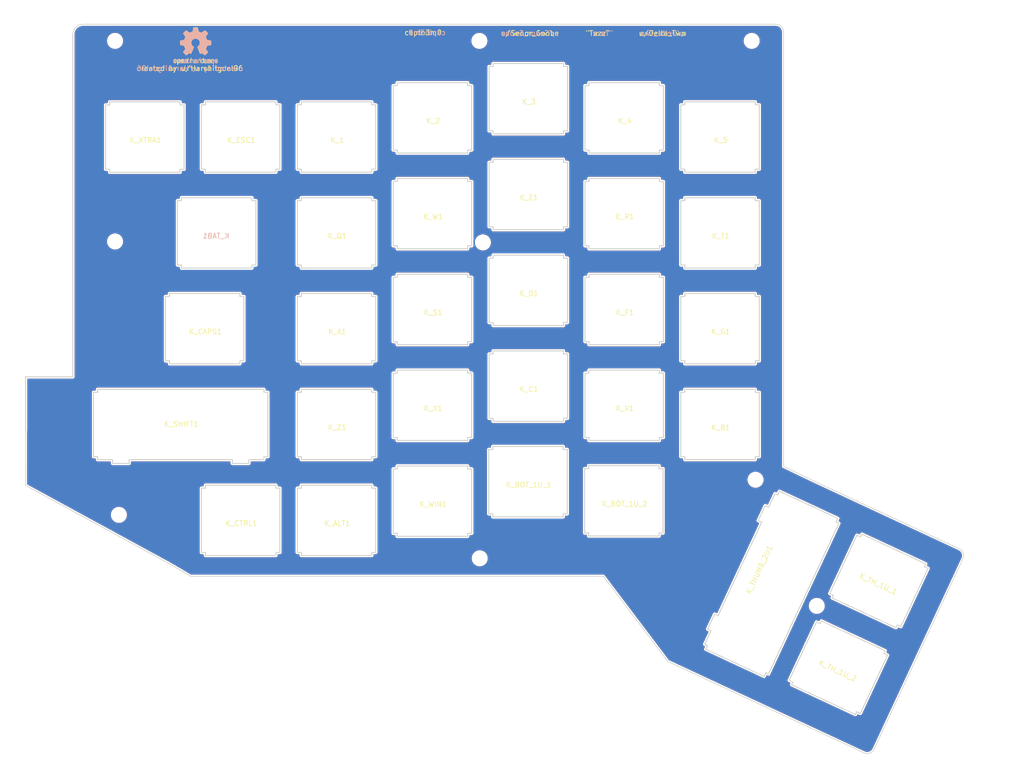
<source format=kicad_pcb>
(kicad_pcb (version 20171130) (host pcbnew "(5.1.5)-3")
  (layers (0 F.Cu signal) (31 B.Cu signal) (34 B.Paste user) (35 F.Paste user) (36 B.SilkS user) (37 F.SilkS user) (38 B.Mask user) (39 F.Mask user) (44 Edge.Cuts user))
  (net 0 "")
  (module logo_lib:OSHW-Logo2_9.8x8mm_SilkScreen (layer B.Cu) (at 56.134 21.59 180)
    (fp_text reference REF** hide)
    (fp_text value OSHW-Logo2_9.8x8mm_SilkScreen hide)
  )
  (module logo_lib:OSHW-Logo2_9.8x8mm_SilkScreen (layer F.Cu) (at 56.134 21.59)
    (fp_text reference REF** hide)
    (fp_text value OSHW-Logo2_9.8x8mm_SilkScreen hide)
  )
  (module MountingHole:MountingHole_2.7mm_M2.5 (layer F.Cu) (at 166.624 20.574)
    (fp_text reference H1 (at 0 -0.254) (layer F.SilkS))
    (fp_text value MountingHole)
    (pad 1 np_thru_hole circle (at 0 0) (size 2.7 2.7) (drill 2.7) (layers *.Cu *.Mask))
  )
  (module MountingHole:MountingHole_2.7mm_M2.5 (layer F.Cu) (at 112.586 123.444)
    (fp_text reference H2 (at -0.064 0) (layer F.SilkS))
    (fp_text value MountingHole)
    (pad 1 np_thru_hole circle (at 0 0) (size 2.7 2.7) (drill 2.7) (layers *.Cu *.Mask))
  )
  (module MountingHole:MountingHole_2.7mm_M2.5 (layer F.Cu) (at 40.894 114.808)
    (fp_text reference H3 (at 0 0) (layer F.SilkS))
    (fp_text value MountingHole)
    (pad 1 np_thru_hole circle (at 0 0) (size 2.7 2.7) (drill 2.7) (layers *.Cu *.Mask))
  )
  (module MountingHole:MountingHole_2.7mm_M2.5 (layer F.Cu) (at 113.22 60.6425)
    (fp_text reference H5 (at 0 0.0635) (layer F.SilkS))
    (fp_text value MountingHole)
    (pad 1 np_thru_hole circle (at 0 0) (size 2.7 2.7) (drill 2.7) (layers *.Cu *.Mask))
  )
  (module MountingHole:MountingHole_2.7mm_M2.5 (layer F.Cu) (at 179.553908 132.907212)
    (fp_text reference H8 (at 0.278092 0.188788) (layer F.SilkS))
    (fp_text value MountingHole)
    (pad 1 np_thru_hole circle (at 0 0) (size 2.7 2.7) (drill 2.7) (layers *.Cu *.Mask))
  )
  (module MountingHole:MountingHole_2.7mm_M2.5 (layer F.Cu) (at 112.522 20.574)
    (fp_text reference H9 (at 0 -0.254) (layer F.SilkS))
    (fp_text value MountingHole)
    (pad 1 np_thru_hole circle (at 0 0) (size 2.7 2.7) (drill 2.7) (layers *.Cu *.Mask))
  )
  (module MountingHole:MountingHole_2.7mm_M2.5 (layer F.Cu) (at 40.132 60.452)
    (fp_text reference H10 (at 0 0) (layer F.SilkS))
    (fp_text value MountingHole)
    (pad 1 np_thru_hole circle (at 0 0) (size 2.7 2.7) (drill 2.7) (layers *.Cu *.Mask))
  )
  (module MountingHole:MountingHole_2.7mm_M2.5 (layer F.Cu) (at 40.132 20.574)
    (fp_text reference H11 (at 0 0) (layer F.SilkS))
    (fp_text value MountingHole)
    (pad 1 np_thru_hole circle (at 0 0) (size 2.7 2.7) (drill 2.7) (layers *.Cu *.Mask))
  )
  (module MountingHole:MountingHole_2.7mm_M2.5 (layer F.Cu) (at 167.386 107.823)
    (fp_text reference H12 (at 0 0.127) (layer F.SilkS))
    (fp_text value MountingHole)
    (pad 1 np_thru_hole circle (at 0 0) (size 2.7 2.7) (drill 2.7) (layers *.Cu *.Mask))
  )
  (module usbc_footprint:1u_uni (layer F.Cu) (at 84.1375 39.6875)
    (fp_text reference K_1 (at 0.1374 0.612) (layer F.SilkS))
    (fp_text value KEYSW)
    (fp_line (start -7 -7) (end -7 -6.4) (layer Edge.Cuts) (width 0.2))
    (fp_line (start -7 -6.4) (end -7.8 -6.4) (layer Edge.Cuts) (width 0.2))
    (fp_line (start -7 6.4) (end -7 7) (layer Edge.Cuts) (width 0.2))
    (fp_line (start -7 7) (end 7 7) (layer Edge.Cuts) (width 0.2))
    (fp_line (start 7.8 6.4) (end 7.8 -6.4) (layer Edge.Cuts) (width 0.2))
    (fp_line (start 7.8 -6.4) (end 7 -6.4) (layer Edge.Cuts) (width 0.2))
    (fp_line (start -7.8 6.4) (end -7 6.4) (layer Edge.Cuts) (width 0.2))
    (fp_line (start -7.8 -6.4) (end -7.8 6.4) (layer Edge.Cuts) (width 0.2))
    (fp_line (start 7 6.4) (end 7.8 6.4) (layer Edge.Cuts) (width 0.2))
    (fp_line (start 7 -6.4) (end 7 -7) (layer Edge.Cuts) (width 0.2))
    (fp_line (start 7 -7) (end -7 -7) (layer Edge.Cuts) (width 0.2))
    (fp_line (start 7 7) (end 7 6.4) (layer Edge.Cuts) (width 0.2))
  )
  (module usbc_footprint:1u_uni (layer F.Cu) (at 103.188 35.8775)
    (fp_text reference K_2 (at 0.1374 0.612) (layer F.SilkS))
    (fp_text value KEYSW)
    (fp_line (start -7 -7) (end -7 -6.4) (layer Edge.Cuts) (width 0.2))
    (fp_line (start -7 -6.4) (end -7.8 -6.4) (layer Edge.Cuts) (width 0.2))
    (fp_line (start -7 6.4) (end -7 7) (layer Edge.Cuts) (width 0.2))
    (fp_line (start -7 7) (end 7 7) (layer Edge.Cuts) (width 0.2))
    (fp_line (start 7.8 6.4) (end 7.8 -6.4) (layer Edge.Cuts) (width 0.2))
    (fp_line (start 7.8 -6.4) (end 7 -6.4) (layer Edge.Cuts) (width 0.2))
    (fp_line (start -7.8 6.4) (end -7 6.4) (layer Edge.Cuts) (width 0.2))
    (fp_line (start -7.8 -6.4) (end -7.8 6.4) (layer Edge.Cuts) (width 0.2))
    (fp_line (start 7 6.4) (end 7.8 6.4) (layer Edge.Cuts) (width 0.2))
    (fp_line (start 7 -6.4) (end 7 -7) (layer Edge.Cuts) (width 0.2))
    (fp_line (start 7 -7) (end -7 -7) (layer Edge.Cuts) (width 0.2))
    (fp_line (start 7 7) (end 7 6.4) (layer Edge.Cuts) (width 0.2))
  )
  (module usbc_footprint:1u_uni (layer F.Cu) (at 122.238 32.0675)
    (fp_text reference K_3 (at 0.1374 0.612) (layer F.SilkS))
    (fp_text value KEYSW)
    (fp_line (start 7 7) (end 7 6.4) (layer Edge.Cuts) (width 0.2))
    (fp_line (start 7 -7) (end -7 -7) (layer Edge.Cuts) (width 0.2))
    (fp_line (start 7 -6.4) (end 7 -7) (layer Edge.Cuts) (width 0.2))
    (fp_line (start 7 6.4) (end 7.8 6.4) (layer Edge.Cuts) (width 0.2))
    (fp_line (start -7.8 -6.4) (end -7.8 6.4) (layer Edge.Cuts) (width 0.2))
    (fp_line (start -7.8 6.4) (end -7 6.4) (layer Edge.Cuts) (width 0.2))
    (fp_line (start 7.8 -6.4) (end 7 -6.4) (layer Edge.Cuts) (width 0.2))
    (fp_line (start 7.8 6.4) (end 7.8 -6.4) (layer Edge.Cuts) (width 0.2))
    (fp_line (start -7 7) (end 7 7) (layer Edge.Cuts) (width 0.2))
    (fp_line (start -7 6.4) (end -7 7) (layer Edge.Cuts) (width 0.2))
    (fp_line (start -7 -6.4) (end -7.8 -6.4) (layer Edge.Cuts) (width 0.2))
    (fp_line (start -7 -7) (end -7 -6.4) (layer Edge.Cuts) (width 0.2))
  )
  (module usbc_footprint:1u_uni (layer F.Cu) (at 141.288 35.8775)
    (fp_text reference K_4 (at 0.1374 0.612) (layer F.SilkS))
    (fp_text value KEYSW)
    (fp_line (start -7 -7) (end -7 -6.4) (layer Edge.Cuts) (width 0.2))
    (fp_line (start -7 -6.4) (end -7.8 -6.4) (layer Edge.Cuts) (width 0.2))
    (fp_line (start -7 6.4) (end -7 7) (layer Edge.Cuts) (width 0.2))
    (fp_line (start -7 7) (end 7 7) (layer Edge.Cuts) (width 0.2))
    (fp_line (start 7.8 6.4) (end 7.8 -6.4) (layer Edge.Cuts) (width 0.2))
    (fp_line (start 7.8 -6.4) (end 7 -6.4) (layer Edge.Cuts) (width 0.2))
    (fp_line (start -7.8 6.4) (end -7 6.4) (layer Edge.Cuts) (width 0.2))
    (fp_line (start -7.8 -6.4) (end -7.8 6.4) (layer Edge.Cuts) (width 0.2))
    (fp_line (start 7 6.4) (end 7.8 6.4) (layer Edge.Cuts) (width 0.2))
    (fp_line (start 7 -6.4) (end 7 -7) (layer Edge.Cuts) (width 0.2))
    (fp_line (start 7 -7) (end -7 -7) (layer Edge.Cuts) (width 0.2))
    (fp_line (start 7 7) (end 7 6.4) (layer Edge.Cuts) (width 0.2))
  )
  (module usbc_footprint:1u_uni (layer F.Cu) (at 160.338 39.6875)
    (fp_text reference K_5 (at 0.1374 0.612) (layer F.SilkS))
    (fp_text value KEYSW)
    (fp_line (start 7 7) (end 7 6.4) (layer Edge.Cuts) (width 0.2))
    (fp_line (start 7 -7) (end -7 -7) (layer Edge.Cuts) (width 0.2))
    (fp_line (start 7 -6.4) (end 7 -7) (layer Edge.Cuts) (width 0.2))
    (fp_line (start 7 6.4) (end 7.8 6.4) (layer Edge.Cuts) (width 0.2))
    (fp_line (start -7.8 -6.4) (end -7.8 6.4) (layer Edge.Cuts) (width 0.2))
    (fp_line (start -7.8 6.4) (end -7 6.4) (layer Edge.Cuts) (width 0.2))
    (fp_line (start 7.8 -6.4) (end 7 -6.4) (layer Edge.Cuts) (width 0.2))
    (fp_line (start 7.8 6.4) (end 7.8 -6.4) (layer Edge.Cuts) (width 0.2))
    (fp_line (start -7 7) (end 7 7) (layer Edge.Cuts) (width 0.2))
    (fp_line (start -7 6.4) (end -7 7) (layer Edge.Cuts) (width 0.2))
    (fp_line (start -7 -6.4) (end -7.8 -6.4) (layer Edge.Cuts) (width 0.2))
    (fp_line (start -7 -7) (end -7 -6.4) (layer Edge.Cuts) (width 0.2))
  )
  (module usbc_footprint:1u_uni (layer F.Cu) (at 84.1375 77.7875)
    (fp_text reference K_A1 (at 0.1374 0.612) (layer F.SilkS))
    (fp_text value KEYSW)
    (fp_line (start -7 -7) (end -7 -6.4) (layer Edge.Cuts) (width 0.2))
    (fp_line (start -7 -6.4) (end -7.8 -6.4) (layer Edge.Cuts) (width 0.2))
    (fp_line (start -7 6.4) (end -7 7) (layer Edge.Cuts) (width 0.2))
    (fp_line (start -7 7) (end 7 7) (layer Edge.Cuts) (width 0.2))
    (fp_line (start 7.8 6.4) (end 7.8 -6.4) (layer Edge.Cuts) (width 0.2))
    (fp_line (start 7.8 -6.4) (end 7 -6.4) (layer Edge.Cuts) (width 0.2))
    (fp_line (start -7.8 6.4) (end -7 6.4) (layer Edge.Cuts) (width 0.2))
    (fp_line (start -7.8 -6.4) (end -7.8 6.4) (layer Edge.Cuts) (width 0.2))
    (fp_line (start 7 6.4) (end 7.8 6.4) (layer Edge.Cuts) (width 0.2))
    (fp_line (start 7 -6.4) (end 7 -7) (layer Edge.Cuts) (width 0.2))
    (fp_line (start 7 -7) (end -7 -7) (layer Edge.Cuts) (width 0.2))
    (fp_line (start 7 7) (end 7 6.4) (layer Edge.Cuts) (width 0.2))
  )
  (module usbc_footprint:1u_uni (layer F.Cu) (at 84.1375 115.888)
    (fp_text reference K_ALT1 (at 0.1374 0.612) (layer F.SilkS))
    (fp_text value KEYSW)
    (fp_line (start -7 -7) (end -7 -6.4) (layer Edge.Cuts) (width 0.2))
    (fp_line (start -7 -6.4) (end -7.8 -6.4) (layer Edge.Cuts) (width 0.2))
    (fp_line (start -7 6.4) (end -7 7) (layer Edge.Cuts) (width 0.2))
    (fp_line (start -7 7) (end 7 7) (layer Edge.Cuts) (width 0.2))
    (fp_line (start 7.8 6.4) (end 7.8 -6.4) (layer Edge.Cuts) (width 0.2))
    (fp_line (start 7.8 -6.4) (end 7 -6.4) (layer Edge.Cuts) (width 0.2))
    (fp_line (start -7.8 6.4) (end -7 6.4) (layer Edge.Cuts) (width 0.2))
    (fp_line (start -7.8 -6.4) (end -7.8 6.4) (layer Edge.Cuts) (width 0.2))
    (fp_line (start 7 6.4) (end 7.8 6.4) (layer Edge.Cuts) (width 0.2))
    (fp_line (start 7 -6.4) (end 7 -7) (layer Edge.Cuts) (width 0.2))
    (fp_line (start 7 -7) (end -7 -7) (layer Edge.Cuts) (width 0.2))
    (fp_line (start 7 7) (end 7 6.4) (layer Edge.Cuts) (width 0.2))
  )
  (module usbc_footprint:1u_uni (layer F.Cu) (at 160.338 96.8375)
    (fp_text reference K_B1 (at 0.1374 0.612) (layer F.SilkS))
    (fp_text value KEYSW)
    (fp_line (start 7 7) (end 7 6.4) (layer Edge.Cuts) (width 0.2))
    (fp_line (start 7 -7) (end -7 -7) (layer Edge.Cuts) (width 0.2))
    (fp_line (start 7 -6.4) (end 7 -7) (layer Edge.Cuts) (width 0.2))
    (fp_line (start 7 6.4) (end 7.8 6.4) (layer Edge.Cuts) (width 0.2))
    (fp_line (start -7.8 -6.4) (end -7.8 6.4) (layer Edge.Cuts) (width 0.2))
    (fp_line (start -7.8 6.4) (end -7 6.4) (layer Edge.Cuts) (width 0.2))
    (fp_line (start 7.8 -6.4) (end 7 -6.4) (layer Edge.Cuts) (width 0.2))
    (fp_line (start 7.8 6.4) (end 7.8 -6.4) (layer Edge.Cuts) (width 0.2))
    (fp_line (start -7 7) (end 7 7) (layer Edge.Cuts) (width 0.2))
    (fp_line (start -7 6.4) (end -7 7) (layer Edge.Cuts) (width 0.2))
    (fp_line (start -7 -6.4) (end -7.8 -6.4) (layer Edge.Cuts) (width 0.2))
    (fp_line (start -7 -7) (end -7 -6.4) (layer Edge.Cuts) (width 0.2))
  )
  (module usbc_footprint:1u_uni (layer F.Cu) (at 122.174 108.204)
    (fp_text reference K_BOT_1U_1 (at 0.1374 0.612) (layer F.SilkS))
    (fp_text value KEYSW)
    (fp_line (start -7 -7) (end -7 -6.4) (layer Edge.Cuts) (width 0.2))
    (fp_line (start -7 -6.4) (end -7.8 -6.4) (layer Edge.Cuts) (width 0.2))
    (fp_line (start -7 6.4) (end -7 7) (layer Edge.Cuts) (width 0.2))
    (fp_line (start -7 7) (end 7 7) (layer Edge.Cuts) (width 0.2))
    (fp_line (start 7.8 6.4) (end 7.8 -6.4) (layer Edge.Cuts) (width 0.2))
    (fp_line (start 7.8 -6.4) (end 7 -6.4) (layer Edge.Cuts) (width 0.2))
    (fp_line (start -7.8 6.4) (end -7 6.4) (layer Edge.Cuts) (width 0.2))
    (fp_line (start -7.8 -6.4) (end -7.8 6.4) (layer Edge.Cuts) (width 0.2))
    (fp_line (start 7 6.4) (end 7.8 6.4) (layer Edge.Cuts) (width 0.2))
    (fp_line (start 7 -6.4) (end 7 -7) (layer Edge.Cuts) (width 0.2))
    (fp_line (start 7 -7) (end -7 -7) (layer Edge.Cuts) (width 0.2))
    (fp_line (start 7 7) (end 7 6.4) (layer Edge.Cuts) (width 0.2))
  )
  (module usbc_footprint:1u_uni (layer F.Cu) (at 141.224 112.014)
    (fp_text reference K_BOT_1U_2 (at 0.1374 0.612) (layer F.SilkS))
    (fp_text value KEYSW)
    (fp_line (start 7 7) (end 7 6.4) (layer Edge.Cuts) (width 0.2))
    (fp_line (start 7 -7) (end -7 -7) (layer Edge.Cuts) (width 0.2))
    (fp_line (start 7 -6.4) (end 7 -7) (layer Edge.Cuts) (width 0.2))
    (fp_line (start 7 6.4) (end 7.8 6.4) (layer Edge.Cuts) (width 0.2))
    (fp_line (start -7.8 -6.4) (end -7.8 6.4) (layer Edge.Cuts) (width 0.2))
    (fp_line (start -7.8 6.4) (end -7 6.4) (layer Edge.Cuts) (width 0.2))
    (fp_line (start 7.8 -6.4) (end 7 -6.4) (layer Edge.Cuts) (width 0.2))
    (fp_line (start 7.8 6.4) (end 7.8 -6.4) (layer Edge.Cuts) (width 0.2))
    (fp_line (start -7 7) (end 7 7) (layer Edge.Cuts) (width 0.2))
    (fp_line (start -7 6.4) (end -7 7) (layer Edge.Cuts) (width 0.2))
    (fp_line (start -7 -6.4) (end -7.8 -6.4) (layer Edge.Cuts) (width 0.2))
    (fp_line (start -7 -7) (end -7 -6.4) (layer Edge.Cuts) (width 0.2))
  )
  (module usbc_footprint:1u_uni (layer F.Cu) (at 122.238 89.2175)
    (fp_text reference K_C1 (at 0.1374 0.612) (layer F.SilkS))
    (fp_text value KEYSW)
    (fp_line (start 7 7) (end 7 6.4) (layer Edge.Cuts) (width 0.2))
    (fp_line (start 7 -7) (end -7 -7) (layer Edge.Cuts) (width 0.2))
    (fp_line (start 7 -6.4) (end 7 -7) (layer Edge.Cuts) (width 0.2))
    (fp_line (start 7 6.4) (end 7.8 6.4) (layer Edge.Cuts) (width 0.2))
    (fp_line (start -7.8 -6.4) (end -7.8 6.4) (layer Edge.Cuts) (width 0.2))
    (fp_line (start -7.8 6.4) (end -7 6.4) (layer Edge.Cuts) (width 0.2))
    (fp_line (start 7.8 -6.4) (end 7 -6.4) (layer Edge.Cuts) (width 0.2))
    (fp_line (start 7.8 6.4) (end 7.8 -6.4) (layer Edge.Cuts) (width 0.2))
    (fp_line (start -7 7) (end 7 7) (layer Edge.Cuts) (width 0.2))
    (fp_line (start -7 6.4) (end -7 7) (layer Edge.Cuts) (width 0.2))
    (fp_line (start -7 -6.4) (end -7.8 -6.4) (layer Edge.Cuts) (width 0.2))
    (fp_line (start -7 -7) (end -7 -6.4) (layer Edge.Cuts) (width 0.2))
  )
  (module usbc_footprint:1u_uni (layer F.Cu) (at 57.9438 77.7875)
    (fp_text reference K_CAPS1 (at 0.1374 0.612) (layer F.SilkS))
    (fp_text value KEYSW)
    (fp_line (start 7 7) (end 7 6.4) (layer Edge.Cuts) (width 0.2))
    (fp_line (start 7 -7) (end -7 -7) (layer Edge.Cuts) (width 0.2))
    (fp_line (start 7 -6.4) (end 7 -7) (layer Edge.Cuts) (width 0.2))
    (fp_line (start 7 6.4) (end 7.8 6.4) (layer Edge.Cuts) (width 0.2))
    (fp_line (start -7.8 -6.4) (end -7.8 6.4) (layer Edge.Cuts) (width 0.2))
    (fp_line (start -7.8 6.4) (end -7 6.4) (layer Edge.Cuts) (width 0.2))
    (fp_line (start 7.8 -6.4) (end 7 -6.4) (layer Edge.Cuts) (width 0.2))
    (fp_line (start 7.8 6.4) (end 7.8 -6.4) (layer Edge.Cuts) (width 0.2))
    (fp_line (start -7 7) (end 7 7) (layer Edge.Cuts) (width 0.2))
    (fp_line (start -7 6.4) (end -7 7) (layer Edge.Cuts) (width 0.2))
    (fp_line (start -7 -6.4) (end -7.8 -6.4) (layer Edge.Cuts) (width 0.2))
    (fp_line (start -7 -7) (end -7 -6.4) (layer Edge.Cuts) (width 0.2))
  )
  (module usbc_footprint:1u_uni (layer F.Cu) (at 65.0875 115.888)
    (fp_text reference K_CTRL1 (at 0.1374 0.612) (layer F.SilkS))
    (fp_text value KEYSW)
    (fp_line (start -7 -7) (end -7 -6.4) (layer Edge.Cuts) (width 0.2))
    (fp_line (start -7 -6.4) (end -7.8 -6.4) (layer Edge.Cuts) (width 0.2))
    (fp_line (start -7 6.4) (end -7 7) (layer Edge.Cuts) (width 0.2))
    (fp_line (start -7 7) (end 7 7) (layer Edge.Cuts) (width 0.2))
    (fp_line (start 7.8 6.4) (end 7.8 -6.4) (layer Edge.Cuts) (width 0.2))
    (fp_line (start 7.8 -6.4) (end 7 -6.4) (layer Edge.Cuts) (width 0.2))
    (fp_line (start -7.8 6.4) (end -7 6.4) (layer Edge.Cuts) (width 0.2))
    (fp_line (start -7.8 -6.4) (end -7.8 6.4) (layer Edge.Cuts) (width 0.2))
    (fp_line (start 7 6.4) (end 7.8 6.4) (layer Edge.Cuts) (width 0.2))
    (fp_line (start 7 -6.4) (end 7 -7) (layer Edge.Cuts) (width 0.2))
    (fp_line (start 7 -7) (end -7 -7) (layer Edge.Cuts) (width 0.2))
    (fp_line (start 7 7) (end 7 6.4) (layer Edge.Cuts) (width 0.2))
  )
  (module usbc_footprint:1u_uni (layer F.Cu) (at 122.238 70.1675)
    (fp_text reference K_D1 (at 0.1374 0.612) (layer F.SilkS))
    (fp_text value KEYSW)
    (fp_line (start 7 7) (end 7 6.4) (layer Edge.Cuts) (width 0.2))
    (fp_line (start 7 -7) (end -7 -7) (layer Edge.Cuts) (width 0.2))
    (fp_line (start 7 -6.4) (end 7 -7) (layer Edge.Cuts) (width 0.2))
    (fp_line (start 7 6.4) (end 7.8 6.4) (layer Edge.Cuts) (width 0.2))
    (fp_line (start -7.8 -6.4) (end -7.8 6.4) (layer Edge.Cuts) (width 0.2))
    (fp_line (start -7.8 6.4) (end -7 6.4) (layer Edge.Cuts) (width 0.2))
    (fp_line (start 7.8 -6.4) (end 7 -6.4) (layer Edge.Cuts) (width 0.2))
    (fp_line (start 7.8 6.4) (end 7.8 -6.4) (layer Edge.Cuts) (width 0.2))
    (fp_line (start -7 7) (end 7 7) (layer Edge.Cuts) (width 0.2))
    (fp_line (start -7 6.4) (end -7 7) (layer Edge.Cuts) (width 0.2))
    (fp_line (start -7 -6.4) (end -7.8 -6.4) (layer Edge.Cuts) (width 0.2))
    (fp_line (start -7 -7) (end -7 -6.4) (layer Edge.Cuts) (width 0.2))
  )
  (module usbc_footprint:1u_uni (layer F.Cu) (at 122.238 51.1175)
    (fp_text reference K_E1 (at 0.1374 0.612) (layer F.SilkS))
    (fp_text value KEYSW)
    (fp_line (start -7 -7) (end -7 -6.4) (layer Edge.Cuts) (width 0.2))
    (fp_line (start -7 -6.4) (end -7.8 -6.4) (layer Edge.Cuts) (width 0.2))
    (fp_line (start -7 6.4) (end -7 7) (layer Edge.Cuts) (width 0.2))
    (fp_line (start -7 7) (end 7 7) (layer Edge.Cuts) (width 0.2))
    (fp_line (start 7.8 6.4) (end 7.8 -6.4) (layer Edge.Cuts) (width 0.2))
    (fp_line (start 7.8 -6.4) (end 7 -6.4) (layer Edge.Cuts) (width 0.2))
    (fp_line (start -7.8 6.4) (end -7 6.4) (layer Edge.Cuts) (width 0.2))
    (fp_line (start -7.8 -6.4) (end -7.8 6.4) (layer Edge.Cuts) (width 0.2))
    (fp_line (start 7 6.4) (end 7.8 6.4) (layer Edge.Cuts) (width 0.2))
    (fp_line (start 7 -6.4) (end 7 -7) (layer Edge.Cuts) (width 0.2))
    (fp_line (start 7 -7) (end -7 -7) (layer Edge.Cuts) (width 0.2))
    (fp_line (start 7 7) (end 7 6.4) (layer Edge.Cuts) (width 0.2))
  )
  (module usbc_footprint:1u_uni (layer F.Cu) (at 65.0875 39.6875)
    (fp_text reference K_ESC1 (at 0.1374 0.612) (layer F.SilkS))
    (fp_text value KEYSW)
    (fp_line (start 7 7) (end 7 6.4) (layer Edge.Cuts) (width 0.2))
    (fp_line (start 7 -7) (end -7 -7) (layer Edge.Cuts) (width 0.2))
    (fp_line (start 7 -6.4) (end 7 -7) (layer Edge.Cuts) (width 0.2))
    (fp_line (start 7 6.4) (end 7.8 6.4) (layer Edge.Cuts) (width 0.2))
    (fp_line (start -7.8 -6.4) (end -7.8 6.4) (layer Edge.Cuts) (width 0.2))
    (fp_line (start -7.8 6.4) (end -7 6.4) (layer Edge.Cuts) (width 0.2))
    (fp_line (start 7.8 -6.4) (end 7 -6.4) (layer Edge.Cuts) (width 0.2))
    (fp_line (start 7.8 6.4) (end 7.8 -6.4) (layer Edge.Cuts) (width 0.2))
    (fp_line (start -7 7) (end 7 7) (layer Edge.Cuts) (width 0.2))
    (fp_line (start -7 6.4) (end -7 7) (layer Edge.Cuts) (width 0.2))
    (fp_line (start -7 -6.4) (end -7.8 -6.4) (layer Edge.Cuts) (width 0.2))
    (fp_line (start -7 -7) (end -7 -6.4) (layer Edge.Cuts) (width 0.2))
  )
  (module usbc_footprint:1u_uni (layer F.Cu) (at 141.288 73.9775)
    (fp_text reference K_F1 (at 0.1374 0.612) (layer F.SilkS))
    (fp_text value KEYSW)
    (fp_line (start -7 -7) (end -7 -6.4) (layer Edge.Cuts) (width 0.2))
    (fp_line (start -7 -6.4) (end -7.8 -6.4) (layer Edge.Cuts) (width 0.2))
    (fp_line (start -7 6.4) (end -7 7) (layer Edge.Cuts) (width 0.2))
    (fp_line (start -7 7) (end 7 7) (layer Edge.Cuts) (width 0.2))
    (fp_line (start 7.8 6.4) (end 7.8 -6.4) (layer Edge.Cuts) (width 0.2))
    (fp_line (start 7.8 -6.4) (end 7 -6.4) (layer Edge.Cuts) (width 0.2))
    (fp_line (start -7.8 6.4) (end -7 6.4) (layer Edge.Cuts) (width 0.2))
    (fp_line (start -7.8 -6.4) (end -7.8 6.4) (layer Edge.Cuts) (width 0.2))
    (fp_line (start 7 6.4) (end 7.8 6.4) (layer Edge.Cuts) (width 0.2))
    (fp_line (start 7 -6.4) (end 7 -7) (layer Edge.Cuts) (width 0.2))
    (fp_line (start 7 -7) (end -7 -7) (layer Edge.Cuts) (width 0.2))
    (fp_line (start 7 7) (end 7 6.4) (layer Edge.Cuts) (width 0.2))
  )
  (module usbc_footprint:1u_uni (layer F.Cu) (at 160.338 77.7875)
    (fp_text reference K_G1 (at 0.1374 0.612) (layer F.SilkS))
    (fp_text value KEYSW)
    (fp_line (start 7 7) (end 7 6.4) (layer Edge.Cuts) (width 0.2))
    (fp_line (start 7 -7) (end -7 -7) (layer Edge.Cuts) (width 0.2))
    (fp_line (start 7 -6.4) (end 7 -7) (layer Edge.Cuts) (width 0.2))
    (fp_line (start 7 6.4) (end 7.8 6.4) (layer Edge.Cuts) (width 0.2))
    (fp_line (start -7.8 -6.4) (end -7.8 6.4) (layer Edge.Cuts) (width 0.2))
    (fp_line (start -7.8 6.4) (end -7 6.4) (layer Edge.Cuts) (width 0.2))
    (fp_line (start 7.8 -6.4) (end 7 -6.4) (layer Edge.Cuts) (width 0.2))
    (fp_line (start 7.8 6.4) (end 7.8 -6.4) (layer Edge.Cuts) (width 0.2))
    (fp_line (start -7 7) (end 7 7) (layer Edge.Cuts) (width 0.2))
    (fp_line (start -7 6.4) (end -7 7) (layer Edge.Cuts) (width 0.2))
    (fp_line (start -7 -6.4) (end -7.8 -6.4) (layer Edge.Cuts) (width 0.2))
    (fp_line (start -7 -7) (end -7 -6.4) (layer Edge.Cuts) (width 0.2))
  )
  (module usbc_footprint:1u_uni (layer F.Cu) (at 84.1375 58.7375)
    (fp_text reference K_Q1 (at 0.1374 0.612) (layer F.SilkS))
    (fp_text value KEYSW)
    (fp_line (start -7 -7) (end -7 -6.4) (layer Edge.Cuts) (width 0.2))
    (fp_line (start -7 -6.4) (end -7.8 -6.4) (layer Edge.Cuts) (width 0.2))
    (fp_line (start -7 6.4) (end -7 7) (layer Edge.Cuts) (width 0.2))
    (fp_line (start -7 7) (end 7 7) (layer Edge.Cuts) (width 0.2))
    (fp_line (start 7.8 6.4) (end 7.8 -6.4) (layer Edge.Cuts) (width 0.2))
    (fp_line (start 7.8 -6.4) (end 7 -6.4) (layer Edge.Cuts) (width 0.2))
    (fp_line (start -7.8 6.4) (end -7 6.4) (layer Edge.Cuts) (width 0.2))
    (fp_line (start -7.8 -6.4) (end -7.8 6.4) (layer Edge.Cuts) (width 0.2))
    (fp_line (start 7 6.4) (end 7.8 6.4) (layer Edge.Cuts) (width 0.2))
    (fp_line (start 7 -6.4) (end 7 -7) (layer Edge.Cuts) (width 0.2))
    (fp_line (start 7 -7) (end -7 -7) (layer Edge.Cuts) (width 0.2))
    (fp_line (start 7 7) (end 7 6.4) (layer Edge.Cuts) (width 0.2))
  )
  (module usbc_footprint:1u_uni (layer F.Cu) (at 141.288 54.9275)
    (fp_text reference K_R1 (at 0.1374 0.612) (layer F.SilkS))
    (fp_text value KEYSW)
    (fp_line (start 7 7) (end 7 6.4) (layer Edge.Cuts) (width 0.2))
    (fp_line (start 7 -7) (end -7 -7) (layer Edge.Cuts) (width 0.2))
    (fp_line (start 7 -6.4) (end 7 -7) (layer Edge.Cuts) (width 0.2))
    (fp_line (start 7 6.4) (end 7.8 6.4) (layer Edge.Cuts) (width 0.2))
    (fp_line (start -7.8 -6.4) (end -7.8 6.4) (layer Edge.Cuts) (width 0.2))
    (fp_line (start -7.8 6.4) (end -7 6.4) (layer Edge.Cuts) (width 0.2))
    (fp_line (start 7.8 -6.4) (end 7 -6.4) (layer Edge.Cuts) (width 0.2))
    (fp_line (start 7.8 6.4) (end 7.8 -6.4) (layer Edge.Cuts) (width 0.2))
    (fp_line (start -7 7) (end 7 7) (layer Edge.Cuts) (width 0.2))
    (fp_line (start -7 6.4) (end -7 7) (layer Edge.Cuts) (width 0.2))
    (fp_line (start -7 -6.4) (end -7.8 -6.4) (layer Edge.Cuts) (width 0.2))
    (fp_line (start -7 -7) (end -7 -6.4) (layer Edge.Cuts) (width 0.2))
  )
  (module usbc_footprint:1u_uni (layer F.Cu) (at 103.188 73.9775)
    (fp_text reference K_S1 (at 0.1374 0.612) (layer F.SilkS))
    (fp_text value KEYSW)
    (fp_line (start -7 -7) (end -7 -6.4) (layer Edge.Cuts) (width 0.2))
    (fp_line (start -7 -6.4) (end -7.8 -6.4) (layer Edge.Cuts) (width 0.2))
    (fp_line (start -7 6.4) (end -7 7) (layer Edge.Cuts) (width 0.2))
    (fp_line (start -7 7) (end 7 7) (layer Edge.Cuts) (width 0.2))
    (fp_line (start 7.8 6.4) (end 7.8 -6.4) (layer Edge.Cuts) (width 0.2))
    (fp_line (start 7.8 -6.4) (end 7 -6.4) (layer Edge.Cuts) (width 0.2))
    (fp_line (start -7.8 6.4) (end -7 6.4) (layer Edge.Cuts) (width 0.2))
    (fp_line (start -7.8 -6.4) (end -7.8 6.4) (layer Edge.Cuts) (width 0.2))
    (fp_line (start 7 6.4) (end 7.8 6.4) (layer Edge.Cuts) (width 0.2))
    (fp_line (start 7 -6.4) (end 7 -7) (layer Edge.Cuts) (width 0.2))
    (fp_line (start 7 -7) (end -7 -7) (layer Edge.Cuts) (width 0.2))
    (fp_line (start 7 7) (end 7 6.4) (layer Edge.Cuts) (width 0.2))
  )
  (module usbc_footprint:mixed_2u_uni_centered (layer F.Cu) (at 53.1812 96.8375)
    (fp_text reference K_SHIFT1 (at 0.116025 -0.0635) (layer F.SilkS))
    (fp_text value KEYSW)
    (fp_line (start 16.524425 6.999754) (end 16.524425 6.399271) (layer Edge.Cuts) (width 0.2))
    (fp_line (start 6.999425 6.999754) (end 10.249358 6.999754) (layer Edge.Cuts) (width 0.2))
    (fp_line (start -16.525753 -7.000427) (end -16.525753 -6.400463) (layer Edge.Cuts) (width 0.2))
    (fp_line (start 16.524425 -7.000427) (end 6.999425 -7.000427) (layer Edge.Cuts) (width 0.2))
    (fp_line (start -10.250683 7.749578) (end -10.250683 6.999754) (layer Edge.Cuts) (width 0.2))
    (fp_line (start -16.525753 6.999754) (end -13.550741 6.999754) (layer Edge.Cuts) (width 0.2))
    (fp_line (start -2.525575 6.999754) (end 2.524247 6.999754) (layer Edge.Cuts) (width 0.2))
    (fp_line (start 2.524247 6.999754) (end 6.999425 6.999754) (layer Edge.Cuts) (width 0.2))
    (fp_line (start -13.550741 6.999754) (end -13.550741 7.749578) (layer Edge.Cuts) (width 0.2))
    (fp_line (start 13.549413 6.999754) (end 16.524425 6.999754) (layer Edge.Cuts) (width 0.2))
    (fp_line (start -13.550741 7.749578) (end -10.250683 7.749578) (layer Edge.Cuts) (width 0.2))
    (fp_line (start 2.524247 -7.000427) (end -2.525575 -7.000427) (layer Edge.Cuts) (width 0.2))
    (fp_line (start 17.324377 -6.400463) (end 16.524425 -6.400463) (layer Edge.Cuts) (width 0.2))
    (fp_line (start 13.549413 7.749578) (end 13.549413 6.999754) (layer Edge.Cuts) (width 0.2))
    (fp_line (start 16.524425 -6.400463) (end 16.524425 -7.000427) (layer Edge.Cuts) (width 0.2))
    (fp_line (start 6.999425 -7.000427) (end 2.524247 -7.000427) (layer Edge.Cuts) (width 0.2))
    (fp_line (start -7.000753 -7.000427) (end -16.525753 -7.000427) (layer Edge.Cuts) (width 0.2))
    (fp_line (start 16.524425 6.399271) (end 17.324377 6.399271) (layer Edge.Cuts) (width 0.2))
    (fp_line (start -10.250683 6.999754) (end -7.000753 6.999754) (layer Edge.Cuts) (width 0.2))
    (fp_line (start -16.525753 -6.400463) (end -17.325705 -6.400463) (layer Edge.Cuts) (width 0.2))
    (fp_line (start -17.325705 -6.400463) (end -17.325705 6.399271) (layer Edge.Cuts) (width 0.2))
    (fp_line (start -17.325705 6.399271) (end -16.525753 6.399271) (layer Edge.Cuts) (width 0.2))
    (fp_line (start -7.000753 6.999754) (end -2.525575 6.999754) (layer Edge.Cuts) (width 0.2))
    (fp_line (start 17.324377 6.399271) (end 17.324377 -6.400463) (layer Edge.Cuts) (width 0.2))
    (fp_line (start -16.525753 6.399271) (end -16.525753 6.999754) (layer Edge.Cuts) (width 0.2))
    (fp_line (start 10.249358 6.999754) (end 10.249358 7.749578) (layer Edge.Cuts) (width 0.2))
    (fp_line (start 10.249358 7.749578) (end 13.549413 7.749578) (layer Edge.Cuts) (width 0.2))
    (fp_line (start -2.525575 -7.000427) (end -7.000753 -7.000427) (layer Edge.Cuts) (width 0.2))
  )
  (module usbc_footprint:1u_uni (layer F.Cu) (at 160.338 58.7375)
    (fp_text reference K_T1 (at 0.1374 0.612) (layer F.SilkS))
    (fp_text value KEYSW)
    (fp_line (start 7 7) (end 7 6.4) (layer Edge.Cuts) (width 0.2))
    (fp_line (start 7 -7) (end -7 -7) (layer Edge.Cuts) (width 0.2))
    (fp_line (start 7 -6.4) (end 7 -7) (layer Edge.Cuts) (width 0.2))
    (fp_line (start 7 6.4) (end 7.8 6.4) (layer Edge.Cuts) (width 0.2))
    (fp_line (start -7.8 -6.4) (end -7.8 6.4) (layer Edge.Cuts) (width 0.2))
    (fp_line (start -7.8 6.4) (end -7 6.4) (layer Edge.Cuts) (width 0.2))
    (fp_line (start 7.8 -6.4) (end 7 -6.4) (layer Edge.Cuts) (width 0.2))
    (fp_line (start 7.8 6.4) (end 7.8 -6.4) (layer Edge.Cuts) (width 0.2))
    (fp_line (start -7 7) (end 7 7) (layer Edge.Cuts) (width 0.2))
    (fp_line (start -7 6.4) (end -7 7) (layer Edge.Cuts) (width 0.2))
    (fp_line (start -7 -6.4) (end -7.8 -6.4) (layer Edge.Cuts) (width 0.2))
    (fp_line (start -7 -7) (end -7 -6.4) (layer Edge.Cuts) (width 0.2))
  )
  (module usbc_footprint:1u_uni (layer B.Cu) (at 60.325 58.7375 180)
    (fp_text reference K_TAB1 (at 0.1374 -0.612) (layer B.SilkS) (effects (justify mirror)))
    (fp_text value KEYSW)
    (fp_line (start 7 -7) (end 7 -6.4) (layer Edge.Cuts) (width 0.2))
    (fp_line (start 7 7) (end -7 7) (layer Edge.Cuts) (width 0.2))
    (fp_line (start 7 6.4) (end 7 7) (layer Edge.Cuts) (width 0.2))
    (fp_line (start 7 -6.4) (end 7.8 -6.4) (layer Edge.Cuts) (width 0.2))
    (fp_line (start -7.8 6.4) (end -7.8 -6.4) (layer Edge.Cuts) (width 0.2))
    (fp_line (start -7.8 -6.4) (end -7 -6.4) (layer Edge.Cuts) (width 0.2))
    (fp_line (start 7.8 6.4) (end 7 6.4) (layer Edge.Cuts) (width 0.2))
    (fp_line (start 7.8 -6.4) (end 7.8 6.4) (layer Edge.Cuts) (width 0.2))
    (fp_line (start -7 -7) (end 7 -7) (layer Edge.Cuts) (width 0.2))
    (fp_line (start -7 -6.4) (end -7 -7) (layer Edge.Cuts) (width 0.2))
    (fp_line (start -7 6.4) (end -7.8 6.4) (layer Edge.Cuts) (width 0.2))
    (fp_line (start -7 7) (end -7 6.4) (layer Edge.Cuts) (width 0.2))
  )
  (module usbc_footprint:1u_uni (layer F.Cu) (at 191.901908 127.935212 335)
    (fp_text reference K_TH_1U_1 (at 0.1374 0.612 155) (layer F.SilkS))
    (fp_text value KEYSW)
    (fp_line (start -7 -7) (end -7 -6.4) (layer Edge.Cuts) (width 0.2))
    (fp_line (start -7 -6.4) (end -7.8 -6.4) (layer Edge.Cuts) (width 0.2))
    (fp_line (start -7 6.4) (end -7 7) (layer Edge.Cuts) (width 0.2))
    (fp_line (start -7 7) (end 7 7) (layer Edge.Cuts) (width 0.2))
    (fp_line (start 7.8 6.4) (end 7.8 -6.4) (layer Edge.Cuts) (width 0.2))
    (fp_line (start 7.8 -6.4) (end 7 -6.4) (layer Edge.Cuts) (width 0.2))
    (fp_line (start -7.8 6.4) (end -7 6.4) (layer Edge.Cuts) (width 0.2))
    (fp_line (start -7.8 -6.4) (end -7.8 6.4) (layer Edge.Cuts) (width 0.2))
    (fp_line (start 7 6.4) (end 7.8 6.4) (layer Edge.Cuts) (width 0.2))
    (fp_line (start 7 -6.4) (end 7 -7) (layer Edge.Cuts) (width 0.2))
    (fp_line (start 7 -7) (end -7 -7) (layer Edge.Cuts) (width 0.2))
    (fp_line (start 7 7) (end 7 6.4) (layer Edge.Cuts) (width 0.2))
  )
  (module usbc_footprint:1u_uni (layer F.Cu) (at 183.851908 145.200212 335)
    (fp_text reference K_TH_1U_2 (at 0.1374 0.612 155) (layer F.SilkS))
    (fp_text value KEYSW)
    (fp_line (start 7 7) (end 7 6.4) (layer Edge.Cuts) (width 0.2))
    (fp_line (start 7 -7) (end -7 -7) (layer Edge.Cuts) (width 0.2))
    (fp_line (start 7 -6.4) (end 7 -7) (layer Edge.Cuts) (width 0.2))
    (fp_line (start 7 6.4) (end 7.8 6.4) (layer Edge.Cuts) (width 0.2))
    (fp_line (start -7.8 -6.4) (end -7.8 6.4) (layer Edge.Cuts) (width 0.2))
    (fp_line (start -7.8 6.4) (end -7 6.4) (layer Edge.Cuts) (width 0.2))
    (fp_line (start 7.8 -6.4) (end 7 -6.4) (layer Edge.Cuts) (width 0.2))
    (fp_line (start 7.8 6.4) (end 7.8 -6.4) (layer Edge.Cuts) (width 0.2))
    (fp_line (start -7 7) (end 7 7) (layer Edge.Cuts) (width 0.2))
    (fp_line (start -7 6.4) (end -7 7) (layer Edge.Cuts) (width 0.2))
    (fp_line (start -7 -6.4) (end -7.8 -6.4) (layer Edge.Cuts) (width 0.2))
    (fp_line (start -7 -7) (end -7 -6.4) (layer Edge.Cuts) (width 0.2))
  )
  (module usbc_footprint:mixed_2u_uni_centered (layer F.Cu) (at 170.611908 128.516212 245)
    (fp_text reference K_THUMB_2U1 (at -1.483873 3.410563 65) (layer F.SilkS))
    (fp_text value KEYSW)
    (fp_line (start -2.525575 -7.000427) (end -7.000753 -7.000427) (layer Edge.Cuts) (width 0.2))
    (fp_line (start 10.249358 7.749578) (end 13.549413 7.749578) (layer Edge.Cuts) (width 0.2))
    (fp_line (start 10.249358 6.999754) (end 10.249358 7.749578) (layer Edge.Cuts) (width 0.2))
    (fp_line (start -16.525753 6.399271) (end -16.525753 6.999754) (layer Edge.Cuts) (width 0.2))
    (fp_line (start 17.324377 6.399271) (end 17.324377 -6.400463) (layer Edge.Cuts) (width 0.2))
    (fp_line (start -7.000753 6.999754) (end -2.525575 6.999754) (layer Edge.Cuts) (width 0.2))
    (fp_line (start -17.325705 6.399271) (end -16.525753 6.399271) (layer Edge.Cuts) (width 0.2))
    (fp_line (start -17.325705 -6.400463) (end -17.325705 6.399271) (layer Edge.Cuts) (width 0.2))
    (fp_line (start -16.525753 -6.400463) (end -17.325705 -6.400463) (layer Edge.Cuts) (width 0.2))
    (fp_line (start -10.250683 6.999754) (end -7.000753 6.999754) (layer Edge.Cuts) (width 0.2))
    (fp_line (start 16.524425 6.399271) (end 17.324377 6.399271) (layer Edge.Cuts) (width 0.2))
    (fp_line (start -7.000753 -7.000427) (end -16.525753 -7.000427) (layer Edge.Cuts) (width 0.2))
    (fp_line (start 6.999425 -7.000427) (end 2.524247 -7.000427) (layer Edge.Cuts) (width 0.2))
    (fp_line (start 16.524425 -6.400463) (end 16.524425 -7.000427) (layer Edge.Cuts) (width 0.2))
    (fp_line (start 13.549413 7.749578) (end 13.549413 6.999754) (layer Edge.Cuts) (width 0.2))
    (fp_line (start 17.324377 -6.400463) (end 16.524425 -6.400463) (layer Edge.Cuts) (width 0.2))
    (fp_line (start 2.524247 -7.000427) (end -2.525575 -7.000427) (layer Edge.Cuts) (width 0.2))
    (fp_line (start -13.550741 7.749578) (end -10.250683 7.749578) (layer Edge.Cuts) (width 0.2))
    (fp_line (start 13.549413 6.999754) (end 16.524425 6.999754) (layer Edge.Cuts) (width 0.2))
    (fp_line (start -13.550741 6.999754) (end -13.550741 7.749578) (layer Edge.Cuts) (width 0.2))
    (fp_line (start 2.524247 6.999754) (end 6.999425 6.999754) (layer Edge.Cuts) (width 0.2))
    (fp_line (start -2.525575 6.999754) (end 2.524247 6.999754) (layer Edge.Cuts) (width 0.2))
    (fp_line (start -16.525753 6.999754) (end -13.550741 6.999754) (layer Edge.Cuts) (width 0.2))
    (fp_line (start -10.250683 7.749578) (end -10.250683 6.999754) (layer Edge.Cuts) (width 0.2))
    (fp_line (start 16.524425 -7.000427) (end 6.999425 -7.000427) (layer Edge.Cuts) (width 0.2))
    (fp_line (start -16.525753 -7.000427) (end -16.525753 -6.400463) (layer Edge.Cuts) (width 0.2))
    (fp_line (start 6.999425 6.999754) (end 10.249358 6.999754) (layer Edge.Cuts) (width 0.2))
    (fp_line (start 16.524425 6.999754) (end 16.524425 6.399271) (layer Edge.Cuts) (width 0.2))
  )
  (module usbc_footprint:1u_uni (layer F.Cu) (at 141.288 93.0275)
    (fp_text reference K_V1 (at 0.1374 0.612) (layer F.SilkS))
    (fp_text value KEYSW)
    (fp_line (start -7 -7) (end -7 -6.4) (layer Edge.Cuts) (width 0.2))
    (fp_line (start -7 -6.4) (end -7.8 -6.4) (layer Edge.Cuts) (width 0.2))
    (fp_line (start -7 6.4) (end -7 7) (layer Edge.Cuts) (width 0.2))
    (fp_line (start -7 7) (end 7 7) (layer Edge.Cuts) (width 0.2))
    (fp_line (start 7.8 6.4) (end 7.8 -6.4) (layer Edge.Cuts) (width 0.2))
    (fp_line (start 7.8 -6.4) (end 7 -6.4) (layer Edge.Cuts) (width 0.2))
    (fp_line (start -7.8 6.4) (end -7 6.4) (layer Edge.Cuts) (width 0.2))
    (fp_line (start -7.8 -6.4) (end -7.8 6.4) (layer Edge.Cuts) (width 0.2))
    (fp_line (start 7 6.4) (end 7.8 6.4) (layer Edge.Cuts) (width 0.2))
    (fp_line (start 7 -6.4) (end 7 -7) (layer Edge.Cuts) (width 0.2))
    (fp_line (start 7 -7) (end -7 -7) (layer Edge.Cuts) (width 0.2))
    (fp_line (start 7 7) (end 7 6.4) (layer Edge.Cuts) (width 0.2))
  )
  (module usbc_footprint:1u_uni (layer F.Cu) (at 103.188 54.9275)
    (fp_text reference K_W1 (at 0.1374 0.612) (layer F.SilkS))
    (fp_text value KEYSW)
    (fp_line (start -7 -7) (end -7 -6.4) (layer Edge.Cuts) (width 0.2))
    (fp_line (start -7 -6.4) (end -7.8 -6.4) (layer Edge.Cuts) (width 0.2))
    (fp_line (start -7 6.4) (end -7 7) (layer Edge.Cuts) (width 0.2))
    (fp_line (start -7 7) (end 7 7) (layer Edge.Cuts) (width 0.2))
    (fp_line (start 7.8 6.4) (end 7.8 -6.4) (layer Edge.Cuts) (width 0.2))
    (fp_line (start 7.8 -6.4) (end 7 -6.4) (layer Edge.Cuts) (width 0.2))
    (fp_line (start -7.8 6.4) (end -7 6.4) (layer Edge.Cuts) (width 0.2))
    (fp_line (start -7.8 -6.4) (end -7.8 6.4) (layer Edge.Cuts) (width 0.2))
    (fp_line (start 7 6.4) (end 7.8 6.4) (layer Edge.Cuts) (width 0.2))
    (fp_line (start 7 -6.4) (end 7 -7) (layer Edge.Cuts) (width 0.2))
    (fp_line (start 7 -7) (end -7 -7) (layer Edge.Cuts) (width 0.2))
    (fp_line (start 7 7) (end 7 6.4) (layer Edge.Cuts) (width 0.2))
  )
  (module usbc_footprint:1u_uni (layer F.Cu) (at 103.188 112.078)
    (fp_text reference K_WIN1 (at 0.1374 0.612) (layer F.SilkS))
    (fp_text value KEYSW)
    (fp_line (start 7 7) (end 7 6.4) (layer Edge.Cuts) (width 0.2))
    (fp_line (start 7 -7) (end -7 -7) (layer Edge.Cuts) (width 0.2))
    (fp_line (start 7 -6.4) (end 7 -7) (layer Edge.Cuts) (width 0.2))
    (fp_line (start 7 6.4) (end 7.8 6.4) (layer Edge.Cuts) (width 0.2))
    (fp_line (start -7.8 -6.4) (end -7.8 6.4) (layer Edge.Cuts) (width 0.2))
    (fp_line (start -7.8 6.4) (end -7 6.4) (layer Edge.Cuts) (width 0.2))
    (fp_line (start 7.8 -6.4) (end 7 -6.4) (layer Edge.Cuts) (width 0.2))
    (fp_line (start 7.8 6.4) (end 7.8 -6.4) (layer Edge.Cuts) (width 0.2))
    (fp_line (start -7 7) (end 7 7) (layer Edge.Cuts) (width 0.2))
    (fp_line (start -7 6.4) (end -7 7) (layer Edge.Cuts) (width 0.2))
    (fp_line (start -7 -6.4) (end -7.8 -6.4) (layer Edge.Cuts) (width 0.2))
    (fp_line (start -7 -7) (end -7 -6.4) (layer Edge.Cuts) (width 0.2))
  )
  (module usbc_footprint:1u_uni (layer F.Cu) (at 103.188 93.0275)
    (fp_text reference K_X1 (at 0.1374 0.612) (layer F.SilkS))
    (fp_text value KEYSW)
    (fp_line (start -7 -7) (end -7 -6.4) (layer Edge.Cuts) (width 0.2))
    (fp_line (start -7 -6.4) (end -7.8 -6.4) (layer Edge.Cuts) (width 0.2))
    (fp_line (start -7 6.4) (end -7 7) (layer Edge.Cuts) (width 0.2))
    (fp_line (start -7 7) (end 7 7) (layer Edge.Cuts) (width 0.2))
    (fp_line (start 7.8 6.4) (end 7.8 -6.4) (layer Edge.Cuts) (width 0.2))
    (fp_line (start 7.8 -6.4) (end 7 -6.4) (layer Edge.Cuts) (width 0.2))
    (fp_line (start -7.8 6.4) (end -7 6.4) (layer Edge.Cuts) (width 0.2))
    (fp_line (start -7.8 -6.4) (end -7.8 6.4) (layer Edge.Cuts) (width 0.2))
    (fp_line (start 7 6.4) (end 7.8 6.4) (layer Edge.Cuts) (width 0.2))
    (fp_line (start 7 -6.4) (end 7 -7) (layer Edge.Cuts) (width 0.2))
    (fp_line (start 7 -7) (end -7 -7) (layer Edge.Cuts) (width 0.2))
    (fp_line (start 7 7) (end 7 6.4) (layer Edge.Cuts) (width 0.2))
  )
  (module usbc_footprint:1u_uni (layer F.Cu) (at 46.0502 39.7002)
    (fp_text reference K_XTRA1 (at 0.1374 0.612) (layer F.SilkS))
    (fp_text value KEYSW)
    (fp_line (start -7 -7) (end -7 -6.4) (layer Edge.Cuts) (width 0.2))
    (fp_line (start -7 -6.4) (end -7.8 -6.4) (layer Edge.Cuts) (width 0.2))
    (fp_line (start -7 6.4) (end -7 7) (layer Edge.Cuts) (width 0.2))
    (fp_line (start -7 7) (end 7 7) (layer Edge.Cuts) (width 0.2))
    (fp_line (start 7.8 6.4) (end 7.8 -6.4) (layer Edge.Cuts) (width 0.2))
    (fp_line (start 7.8 -6.4) (end 7 -6.4) (layer Edge.Cuts) (width 0.2))
    (fp_line (start -7.8 6.4) (end -7 6.4) (layer Edge.Cuts) (width 0.2))
    (fp_line (start -7.8 -6.4) (end -7.8 6.4) (layer Edge.Cuts) (width 0.2))
    (fp_line (start 7 6.4) (end 7.8 6.4) (layer Edge.Cuts) (width 0.2))
    (fp_line (start 7 -6.4) (end 7 -7) (layer Edge.Cuts) (width 0.2))
    (fp_line (start 7 -7) (end -7 -7) (layer Edge.Cuts) (width 0.2))
    (fp_line (start 7 7) (end 7 6.4) (layer Edge.Cuts) (width 0.2))
  )
  (module usbc_footprint:1u_uni (layer F.Cu) (at 84.1375 96.8375)
    (fp_text reference K_Z1 (at 0.1374 0.612) (layer F.SilkS))
    (fp_text value KEYSW)
    (fp_line (start 7 7) (end 7 6.4) (layer Edge.Cuts) (width 0.2))
    (fp_line (start 7 -7) (end -7 -7) (layer Edge.Cuts) (width 0.2))
    (fp_line (start 7 -6.4) (end 7 -7) (layer Edge.Cuts) (width 0.2))
    (fp_line (start 7 6.4) (end 7.8 6.4) (layer Edge.Cuts) (width 0.2))
    (fp_line (start -7.8 -6.4) (end -7.8 6.4) (layer Edge.Cuts) (width 0.2))
    (fp_line (start -7.8 6.4) (end -7 6.4) (layer Edge.Cuts) (width 0.2))
    (fp_line (start 7.8 -6.4) (end 7 -6.4) (layer Edge.Cuts) (width 0.2))
    (fp_line (start 7.8 6.4) (end 7.8 -6.4) (layer Edge.Cuts) (width 0.2))
    (fp_line (start -7 7) (end 7 7) (layer Edge.Cuts) (width 0.2))
    (fp_line (start -7 6.4) (end -7 7) (layer Edge.Cuts) (width 0.2))
    (fp_line (start -7 -6.4) (end -7.8 -6.4) (layer Edge.Cuts) (width 0.2))
    (fp_line (start -7 -7) (end -7 -6.4) (layer Edge.Cuts) (width 0.2))
  )
  (gr_line (start 149.96659 143.948457) (end 137.15 127) (layer Edge.Cuts) (width 0.15))
  (gr_line (start 178.795667 107.992564) (end 172.9486 105.1814) (layer Edge.Cuts) (width 0.15))
  (gr_line (start 172.9514 103.2129) (end 172.9486 105.1814) (layer Edge.Cuts) (width 0.15))
  (gr_line (start 207.860777 121.545847) (end 178.795667 107.992564) (layer Edge.Cuts) (width 0.15))
  (gr_arc (start 207.227441 122.90404) (end 208.585634 123.537376) (angle -90) (layer Edge.Cuts) (width 0.15))
  (gr_line (start 188.939819 162.121972) (end 149.96659 143.948457) (layer Edge.Cuts) (width 0.15))
  (gr_arc (start 189.573155 160.763779) (end 188.939819 162.121972) (angle -90) (layer Edge.Cuts) (width 0.15))
  (gr_line (start 208.585634 123.537376) (end 190.931348 161.397115) (layer Edge.Cuts) (width 0.15))
  (gr_line (start 172.9514 18.8214) (end 172.9514 103.2129) (layer Edge.Cuts) (width 0.15))
  (gr_arc (start 171.402 18.8214) (end 172.9514 18.8214) (angle -90) (layer Edge.Cuts) (width 0.15))
  (gr_arc (start 33.782 19.304) (end 33.756601 17.272001) (angle -90.69826327) (layer Edge.Cuts) (width 0.15))
  (gr_text "created by u/Harshitgoel96" (at 54.991 26.035) (layer B.SilkS) (effects (font (size 1 1)) (justify mirror)))
  (gr_text "created by u/Harshitgoel96" (at 54.991 26.035) (layer F.SilkS) (effects (font (size 1 1))))
  (gr_text "captn3m0 " (at 101.727 18.923) (layer B.SilkS) (effects (font (size 1 1)) (justify mirror)))
  (gr_text "captn3m0 " (at 101.727 18.923) (layer F.SilkS) (effects (font (size 1 1))))
  (gr_text u/Delta_Two (at 149.098 19.05) (layer B.SilkS) (effects (font (size 1 1)) (justify mirror)))
  (gr_text u/Delta_Two (at 148.844 19.05) (layer F.SilkS) (effects (font (size 1 1))))
  (gr_text "\"Tazz\"" (at 136.652 19.05) (layer B.SilkS) (effects (font (size 1 1)) (justify mirror)))
  (gr_text "\"Tazz\"" (at 136.017 19.05) (layer F.SilkS) (effects (font (size 1 1))))
  (gr_text u/Senor_Goobe (at 122.555 19.05) (layer B.SilkS) (effects (font (size 1 1)) (justify mirror)))
  (gr_text u/Senor_Goobe (at 122.555 19.05) (layer F.SilkS) (effects (font (size 1 1))))
  (gr_line (start 33.756601 17.272001) (end 39.37 17.272) (layer Edge.Cuts) (width 0.15))
  (gr_line (start 31.750461 19.35416) (end 31.75 87.376) (layer Edge.Cuts) (width 0.2))
  (gr_line (start 22.352 87.376) (end 31.75 87.376) (layer Edge.Cuts) (width 0.2))
  (gr_line (start 22.352 87.503) (end 22.352 87.376) (layer Edge.Cuts) (width 0.2))
  (gr_line (start 22.352 98.044) (end 22.352 87.503) (layer Edge.Cuts) (width 0.2))
  (gr_line (start 157.988 17.272) (end 171.402 17.272) (layer Edge.Cuts) (width 0.15))
  (gr_line (start 147.574 17.272) (end 157.988 17.272) (layer Edge.Cuts) (width 0.15))
  (gr_line (start 136.906 17.272) (end 147.574 17.272) (layer Edge.Cuts) (width 0.15))
  (gr_line (start 127 17.272) (end 136.906 17.272) (layer Edge.Cuts) (width 0.15))
  (gr_line (start 127 17.272) (end 39.37 17.272) (layer Edge.Cuts) (width 0.15))
  (gr_line (start 22.352 108.966) (end 22.86 109.22) (layer Edge.Cuts) (width 0.15))
  (gr_line (start 22.352 106.426) (end 22.352 108.966) (layer Edge.Cuts) (width 0.15))
  (gr_line (start 22.352 98.044) (end 22.352 106.426) (layer Edge.Cuts) (width 0.15))
  (gr_line (start 55.118 127) (end 55.88 127) (layer Edge.Cuts) (width 0.15))
  (gr_line (start 53.848 126.238) (end 55.118 127) (layer Edge.Cuts) (width 0.15))
  (gr_line (start 50.8 124.46) (end 53.848 126.238) (layer Edge.Cuts) (width 0.15))
  (gr_line (start 55.88 127) (end 137.15 127) (layer Edge.Cuts) (width 0.15))
  (gr_line (start 22.86 109.22) (end 50.8 124.46) (layer Edge.Cuts) (width 0.15))
  (zone (net 0) (net_name "") (layer B.Cu) (connect_pads yes (clearance 0.254)) (min_thickness 0.254) (fill yes (arc_segments 32) (thermal_gap 0.508) (thermal_bridge_width 0.508))
    (polygon (pts (xy 186.69 86.868) (xy 216.916 125.222) (xy 194.31 164.338) (xy 19.812 132.334) (xy 17.272 12.954) (xy 175.006 12.446)))
  )
  (zone (net 0) (net_name "") (layer F.Cu) (connect_pads yes (clearance 0.254)) (min_thickness 0.254) (fill yes (arc_segments 32) (thermal_gap 0.508) (thermal_bridge_width 0.508))
    (polygon (pts (xy 220.726 103.886) (xy 216.408 168.148) (xy 18.288 146.05) (xy 20.828 14.732) (xy 176.276 13.208)))
  )
)
</source>
